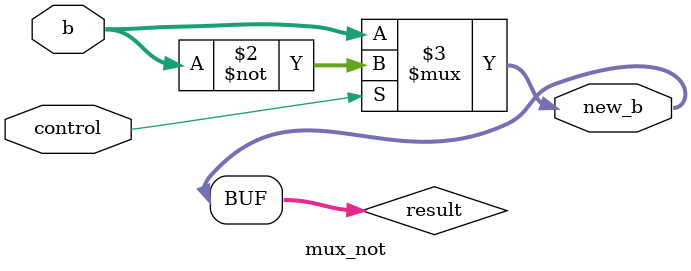
<source format=sv>
/**
 * This module change the value of B operand when substraction operation
 * is needed.
 *
 * Parameters:
 * 	 N        - number of bits.
 *
 * Inputs:
 *     b        - operand.
 *     control  - signal to indicate if the operand has to be changed.
 *
 * Outputs:
 *     new_b    - new b value.
 *
 */
module mux_not #(parameter N=32)
					 (input  logic [N-1:0] b,
					  input  logic         control,
					  output logic [N-1:0] new_b);

   // To save the result
	logic [N-1:0] result;

	always_comb begin
		result = control ? ~b : b;
	end

	// Assign output
	assign new_b = result;

endmodule // mux_not

</source>
